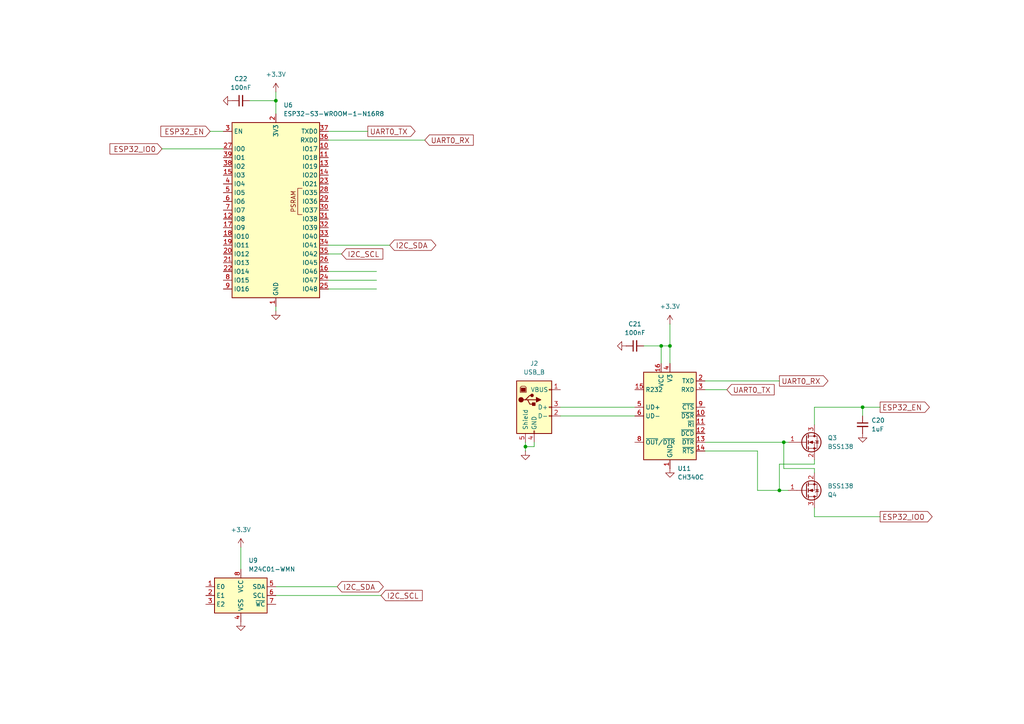
<source format=kicad_sch>
(kicad_sch (version 20231120) (generator "eeschema") (generator_version "8.0")
  (paper "A4")
  (lib_symbols
    (symbol "Connector:USB_B" (pin_names (offset 1.016))
      (property "Reference" "J" (at -5.08 11.43 0))
      (property "Value" "USB_B" (at -5.08 8.89 0))
      (symbol "USB_B_0_1"
        (rectangle (start -5.08 -7.62) (end 5.08 7.62) (stroke (width 0.254)) (fill (type background)))
        (circle (center -3.81 2.159) (radius 0.635) (stroke (width 0.254)) (fill (type outline)))
        (rectangle (start -3.81 5.588) (end -2.54 4.572) (fill (type outline)))
        (circle (center -0.635 3.429) (radius 0.381) (stroke (width 0.254)) (fill (type outline)))
        (rectangle (start -0.127 -7.62) (end 0.127 -6.858))
        (polyline (pts (xy -1.905 2.159) (xy 0.635 2.159)) (stroke (width 0.254)))
        (polyline (pts (xy -3.175 2.159) (xy -2.54 2.159) (xy -1.27 3.429) (xy -0.635 3.429)) (stroke (width 0.254)))
        (polyline (pts (xy -2.54 2.159) (xy -1.905 2.159) (xy -1.27 0.889) (xy 0 0.889)) (stroke (width 0.254)))
        (polyline (pts (xy 0.635 2.794) (xy 0.635 1.524) (xy 1.905 2.159) (xy 0.635 2.794)) (stroke (width 0.254)) (fill (type outline)))
        (polyline (pts (xy -4.064 4.318) (xy -2.286 4.318) (xy -2.286 5.715) (xy -2.667 6.096) (xy -3.683 6.096) (xy -4.064 5.715) (xy -4.064 4.318)))
        (rectangle (start 0.254 1.27) (end -0.508 0.508) (stroke (width 0.254)) (fill (type outline)))
        (rectangle (start 5.08 -2.667) (end 4.318 -2.413))
        (rectangle (start 5.08 -0.127) (end 4.318 0.127))
        (rectangle (start 5.08 4.953) (end 4.318 5.207))
      )
      (symbol "USB_B_1_1"
        (pin power_out line (at 7.62 5.08 180) (length 2.54) (name "VBUS") (number "1"))
        (pin bidirectional line (at 7.62 -2.54 180) (length 2.54) (name "D-") (number "2"))
        (pin bidirectional line (at 7.62 0 180) (length 2.54) (name "D+") (number "3"))
        (pin power_out line (at 0 -10.16 90) (length 2.54) (name "GND") (number "4"))
        (pin passive line (at -2.54 -10.16 90) (length 2.54) (name "Shield") (number "5"))
      )
    )
    (symbol "Device:C_Small" (pin_numbers hide) (pin_names (offset 0.254) hide)
      (property "Reference" "C" (at 0.254 1.778 0))
      (property "Value" "C_Small" (at 0.254 -2.032 0))
      (symbol "C_Small_0_1"
        (polyline (pts (xy -1.524 -0.508) (xy 1.524 -0.508)) (stroke (width 0.3302)))
        (polyline (pts (xy -1.524 0.508) (xy 1.524 0.508)) (stroke (width 0.3048)))
      )
      (symbol "C_Small_1_1"
        (pin passive line (at 0 2.54 270) (length 2.032) (name "~") (number "1"))
        (pin passive line (at 0 -2.54 90) (length 2.032) (name "~") (number "2"))
      )
    )
    (symbol "Interface_USB:CH340C"
      (property "Reference" "U" (at -5.08 13.97 0))
      (property "Value" "CH340C" (at 1.27 13.97 0))
      (symbol "CH340C_0_1"
        (rectangle (start -7.62 12.7) (end 7.62 -12.7) (stroke (width 0.254)) (fill (type background)))
      )
      (symbol "CH340C_1_1"
        (pin power_in line (at 0 -15.24 90) (length 2.54) (name "GND") (number "1"))
        (pin input line (at 10.16 0 180) (length 2.54) (name "~{DSR}") (number "10"))
        (pin input line (at 10.16 -2.54 180) (length 2.54) (name "~{RI}") (number "11"))
        (pin input line (at 10.16 -5.08 180) (length 2.54) (name "~{DCD}") (number "12"))
        (pin output line (at 10.16 -7.62 180) (length 2.54) (name "~{DTR}") (number "13"))
        (pin output line (at 10.16 -10.16 180) (length 2.54) (name "~{RTS}") (number "14"))
        (pin input line (at -10.16 7.62 0) (length 2.54) (name "R232") (number "15"))
        (pin power_in line (at -2.54 15.24 270) (length 2.54) (name "VCC") (number "16"))
        (pin output line (at 10.16 10.16 180) (length 2.54) (name "TXD") (number "2"))
        (pin input line (at 10.16 7.62 180) (length 2.54) (name "RXD") (number "3"))
        (pin power_out line (at 0 15.24 270) (length 2.54) (name "V3") (number "4"))
        (pin bidirectional line (at -10.16 2.54 0) (length 2.54) (name "UD+") (number "5"))
        (pin bidirectional line (at -10.16 0 0) (length 2.54) (name "UD-") (number "6"))
        (pin no_connect line (at -7.62 -5.08 0) (length 2.54) hide (name "NC") (number "7"))
        (pin output line (at -10.16 -7.62 0) (length 2.54) (name "~{OUT}/~{DTR}") (number "8"))
        (pin input line (at 10.16 2.54 180) (length 2.54) (name "~{CTS}") (number "9"))
      )
    )
    (symbol "Memory_EEPROM:M24C01-WMN"
      (property "Reference" "U" (at -6.35 6.35 0))
      (property "Value" "M24C01-WMN" (at 7.62 6.35 0))
      (symbol "M24C01-WMN_0_1"
        (rectangle (start -7.62 5.08) (end 7.62 -5.08) (stroke (width 0.254)) (fill (type background)))
      )
      (symbol "M24C01-WMN_1_1"
        (pin input line (at -10.16 2.54 0) (length 2.54) (name "E0") (number "1"))
        (pin input line (at -10.16 0 0) (length 2.54) (name "E1") (number "2"))
        (pin input line (at -10.16 -2.54 0) (length 2.54) (name "E2") (number "3"))
        (pin power_in line (at 0 -7.62 90) (length 2.54) (name "VSS") (number "4"))
        (pin bidirectional line (at 10.16 2.54 180) (length 2.54) (name "SDA") (number "5"))
        (pin input line (at 10.16 0 180) (length 2.54) (name "SCL") (number "6"))
        (pin input line (at 10.16 -2.54 180) (length 2.54) (name "~{WC}") (number "7"))
        (pin power_in line (at 0 7.62 270) (length 2.54) (name "VCC") (number "8"))
      )
    )
    (symbol "RF_Module:ESP32-S3-WROOM-1"
      (property "Reference" "U" (at -12.7 26.67 0))
      (property "Value" "ESP32-S3-WROOM-1" (at 12.7 26.67 0))
      (symbol "ESP32-S3-WROOM-1_0_0"
        (rectangle (start -12.7 25.4) (end 12.7 -25.4) (stroke (width 0.254)) (fill (type background)))
        (text "PSRAM" (at 5.08 2.54 900) (effects (font (size 1.27 1.27))))
      )
      (symbol "ESP32-S3-WROOM-1_0_1"
        (polyline (pts (xy 7.62 -1.27) (xy 6.35 -1.27) (xy 6.35 6.35) (xy 7.62 6.35)))
      )
      (symbol "ESP32-S3-WROOM-1_1_1"
        (pin power_in line (at 0 -27.94 90) (length 2.54) (name "GND") (number "1"))
        (pin bidirectional line (at 15.24 17.78 180) (length 2.54) (name "IO17") (number "10"))
        (pin bidirectional line (at 15.24 15.24 180) (length 2.54) (name "IO18") (number "11"))
        (pin bidirectional line (at -15.24 -2.54 0) (length 2.54) (name "IO8") (number "12"))
        (pin bidirectional line (at 15.24 12.7 180) (length 2.54) (name "IO19") (number "13"))
        (pin bidirectional line (at 15.24 10.16 180) (length 2.54) (name "IO20") (number "14"))
        (pin bidirectional line (at -15.24 10.16 0) (length 2.54) (name "IO3") (number "15"))
        (pin bidirectional line (at 15.24 -17.78 180) (length 2.54) (name "IO46") (number "16"))
        (pin bidirectional line (at -15.24 -5.08 0) (length 2.54) (name "IO9") (number "17"))
        (pin bidirectional line (at -15.24 -7.62 0) (length 2.54) (name "IO10") (number "18"))
        (pin bidirectional line (at -15.24 -10.16 0) (length 2.54) (name "IO11") (number "19"))
        (pin power_in line (at 0 27.94 270) (length 2.54) (name "3V3") (number "2"))
        (pin bidirectional line (at -15.24 -12.7 0) (length 2.54) (name "IO12") (number "20"))
        (pin bidirectional line (at -15.24 -15.24 0) (length 2.54) (name "IO13") (number "21"))
        (pin bidirectional line (at -15.24 -17.78 0) (length 2.54) (name "IO14") (number "22"))
        (pin bidirectional line (at 15.24 7.62 180) (length 2.54) (name "IO21") (number "23"))
        (pin bidirectional line (at 15.24 -20.32 180) (length 2.54) (name "IO47") (number "24"))
        (pin bidirectional line (at 15.24 -22.86 180) (length 2.54) (name "IO48") (number "25"))
        (pin bidirectional line (at 15.24 -15.24 180) (length 2.54) (name "IO45") (number "26"))
        (pin bidirectional line (at -15.24 17.78 0) (length 2.54) (name "IO0") (number "27"))
        (pin bidirectional line (at 15.24 5.08 180) (length 2.54) (name "IO35") (number "28"))
        (pin bidirectional line (at 15.24 2.54 180) (length 2.54) (name "IO36") (number "29"))
        (pin input line (at -15.24 22.86 0) (length 2.54) (name "EN") (number "3"))
        (pin bidirectional line (at 15.24 0 180) (length 2.54) (name "IO37") (number "30"))
        (pin bidirectional line (at 15.24 -2.54 180) (length 2.54) (name "IO38") (number "31"))
        (pin bidirectional line (at 15.24 -5.08 180) (length 2.54) (name "IO39") (number "32"))
        (pin bidirectional line (at 15.24 -7.62 180) (length 2.54) (name "IO40") (number "33"))
        (pin bidirectional line (at 15.24 -10.16 180) (length 2.54) (name "IO41") (number "34"))
        (pin bidirectional line (at 15.24 -12.7 180) (length 2.54) (name "IO42") (number "35"))
        (pin bidirectional line (at 15.24 20.32 180) (length 2.54) (name "RXD0") (number "36"))
        (pin bidirectional line (at 15.24 22.86 180) (length 2.54) (name "TXD0") (number "37"))
        (pin bidirectional line (at -15.24 12.7 0) (length 2.54) (name "IO2") (number "38"))
        (pin bidirectional line (at -15.24 15.24 0) (length 2.54) (name "IO1") (number "39"))
        (pin bidirectional line (at -15.24 7.62 0) (length 2.54) (name "IO4") (number "4"))
        (pin passive line (at 0 -27.94 90) (length 2.54) hide (name "GND") (number "40"))
        (pin passive line (at 0 -27.94 90) (length 2.54) hide (name "GND") (number "41"))
        (pin bidirectional line (at -15.24 5.08 0) (length 2.54) (name "IO5") (number "5"))
        (pin bidirectional line (at -15.24 2.54 0) (length 2.54) (name "IO6") (number "6"))
        (pin bidirectional line (at -15.24 0 0) (length 2.54) (name "IO7") (number "7"))
        (pin bidirectional line (at -15.24 -20.32 0) (length 2.54) (name "IO15") (number "8"))
        (pin bidirectional line (at -15.24 -22.86 0) (length 2.54) (name "IO16") (number "9"))
      )
    )
    (symbol "Transistor_FET:BSS138" (pin_names hide)
      (property "Reference" "Q" (at 5.08 1.905 0))
      (property "Value" "BSS138" (at 5.08 0 0))
      (symbol "BSS138_0_1"
        (polyline (pts (xy 0.254 0) (xy -2.54 0)))
        (polyline (pts (xy 0.254 1.905) (xy 0.254 -1.905)) (stroke (width 0.254)))
        (polyline (pts (xy 0.762 -1.27) (xy 0.762 -2.286)) (stroke (width 0.254)))
        (polyline (pts (xy 0.762 0.508) (xy 0.762 -0.508)) (stroke (width 0.254)))
        (polyline (pts (xy 0.762 2.286) (xy 0.762 1.27)) (stroke (width 0.254)))
        (polyline (pts (xy 2.54 2.54) (xy 2.54 1.778)))
        (polyline (pts (xy 2.54 -2.54) (xy 2.54 0) (xy 0.762 0)))
        (polyline (pts (xy 0.762 -1.778) (xy 3.302 -1.778) (xy 3.302 1.778) (xy 0.762 1.778)))
        (polyline (pts (xy 1.016 0) (xy 2.032 0.381) (xy 2.032 -0.381) (xy 1.016 0)) (fill (type outline)))
        (polyline (pts (xy 2.794 0.508) (xy 2.921 0.381) (xy 3.683 0.381) (xy 3.81 0.254)))
        (polyline (pts (xy 3.302 0.381) (xy 2.921 -0.254) (xy 3.683 -0.254) (xy 3.302 0.381)))
        (circle (center 1.651 0) (radius 2.794) (stroke (width 0.254)))
        (circle (center 2.54 -1.778) (radius 0.254) (fill (type outline)))
        (circle (center 2.54 1.778) (radius 0.254) (fill (type outline)))
      )
      (symbol "BSS138_1_1"
        (pin input line (at -5.08 0 0) (length 2.54) (name "G") (number "1"))
        (pin passive line (at 2.54 -5.08 90) (length 2.54) (name "S") (number "2"))
        (pin passive line (at 2.54 5.08 270) (length 2.54) (name "D") (number "3"))
      )
    )
    (symbol "power:+3.3V" (power) (pin_numbers hide) (pin_names (offset 0) hide)
      (property "Value" "+3.3V" (at 0 3.556 0))
      (symbol "+3.3V_0_1"
        (polyline (pts (xy -0.762 1.27) (xy 0 2.54)))
        (polyline (pts (xy 0 0) (xy 0 2.54)))
        (polyline (pts (xy 0 2.54) (xy 0.762 1.27)))
      )
      (symbol "+3.3V_1_1"
        (pin power_in line (at 0 0 90) (length 0) (name "~") (number "1"))
      )
    )
    (symbol "power:GND" (power) (pin_numbers hide) (pin_names (offset 0) hide)
      (property "Value" "GND" (at 0 -3.81 0))
      (symbol "GND_0_1"
        (polyline (pts (xy 0 0) (xy 0 -1.27) (xy 1.27 -1.27) (xy 0 -2.54) (xy -1.27 -1.27) (xy 0 -1.27)))
      )
      (symbol "GND_1_1"
        (pin power_in line (at 0 0 270) (length 0) (name "~") (number "1"))
      )
    )
  )
  (junction (at 226.06 142.24))
  (junction (at 191.77 100.33))
  (junction (at 250.19 118.11))
  (junction (at 227.33 128.27))
  (junction (at 152.4 129.54))
  (junction (at 194.31 100.33))
  (junction (at 80.01 29.21))
  (wire (pts (xy 152.4 129.54) (xy 152.4 130.81)))
  (wire (pts (xy 95.25 78.74) (xy 109.22 78.74)))
  (wire (pts (xy 226.06 142.24) (xy 219.71 142.24)))
  (wire (pts (xy 162.56 120.65) (xy 184.15 120.65)))
  (wire (pts (xy 69.85 158.75) (xy 69.85 165.1)))
  (wire (pts (xy 186.69 100.33) (xy 191.77 100.33)))
  (wire (pts (xy 80.01 170.18) (xy 97.79 170.18)))
  (wire (pts (xy 46.99 43.18) (xy 64.77 43.18)))
  (wire (pts (xy 152.4 129.54) (xy 152.4 128.27)))
  (wire (pts (xy 228.6 142.24) (xy 226.06 142.24)))
  (wire (pts (xy 60.96 38.1) (xy 64.77 38.1)))
  (wire (pts (xy 204.47 113.03) (xy 210.82 113.03)))
  (wire (pts (xy 204.47 110.49) (xy 226.06 110.49)))
  (wire (pts (xy 227.33 135.89) (xy 227.33 128.27)))
  (wire (pts (xy 219.71 130.81) (xy 204.47 130.81)))
  (wire (pts (xy 255.27 118.11) (xy 250.19 118.11)))
  (wire (pts (xy 80.01 90.17) (xy 80.01 88.9)))
  (wire (pts (xy 95.25 83.82) (xy 109.22 83.82)))
  (wire (pts (xy 95.25 71.12) (xy 113.03 71.12)))
  (wire (pts (xy 95.25 38.1) (xy 106.68 38.1)))
  (wire (pts (xy 154.94 129.54) (xy 152.4 129.54)))
  (wire (pts (xy 219.71 142.24) (xy 219.71 130.81)))
  (wire (pts (xy 226.06 142.24) (xy 226.06 134.62)))
  (wire (pts (xy 95.25 40.64) (xy 123.19 40.64)))
  (wire (pts (xy 250.19 118.11) (xy 250.19 120.65)))
  (wire (pts (xy 191.77 100.33) (xy 194.31 100.33)))
  (wire (pts (xy 80.01 172.72) (xy 110.49 172.72)))
  (wire (pts (xy 236.22 147.32) (xy 236.22 149.86)))
  (wire (pts (xy 226.06 134.62) (xy 236.22 134.62)))
  (wire (pts (xy 250.19 118.11) (xy 236.22 118.11)))
  (wire (pts (xy 80.01 29.21) (xy 80.01 33.02)))
  (wire (pts (xy 95.25 73.66) (xy 99.06 73.66)))
  (wire (pts (xy 236.22 134.62) (xy 236.22 133.35)))
  (wire (pts (xy 204.47 128.27) (xy 227.33 128.27)))
  (wire (pts (xy 236.22 149.86) (xy 255.27 149.86)))
  (wire (pts (xy 80.01 26.67) (xy 80.01 29.21)))
  (wire (pts (xy 194.31 100.33) (xy 194.31 105.41)))
  (wire (pts (xy 162.56 118.11) (xy 184.15 118.11)))
  (wire (pts (xy 194.31 93.98) (xy 194.31 100.33)))
  (wire (pts (xy 236.22 137.16) (xy 236.22 135.89)))
  (wire (pts (xy 95.25 81.28) (xy 109.22 81.28)))
  (wire (pts (xy 154.94 128.27) (xy 154.94 129.54)))
  (wire (pts (xy 191.77 105.41) (xy 191.77 100.33)))
  (wire (pts (xy 72.39 29.21) (xy 80.01 29.21)))
  (wire (pts (xy 236.22 135.89) (xy 227.33 135.89)))
  (wire (pts (xy 227.33 128.27) (xy 228.6 128.27)))
  (wire (pts (xy 236.22 118.11) (xy 236.22 123.19)))
  (global_label "ESP32_IO0" (shape input) (at 46.99 43.18 180) (effects (font (size 1.524 1.524))) (property "Intersheetrefs" "${INTERSHEET_REFS}" (effects (hide yes))))
  (global_label "UART0_RX" (shape output) (at 226.06 110.49 0) (effects (font (size 1.524 1.524))) (property "Intersheetrefs" "${INTERSHEET_REFS}" (effects (hide yes))))
  (global_label "ESP32_EN" (shape input) (at 60.96 38.1 180) (effects (font (size 1.524 1.524))) (property "Intersheetrefs" "${INTERSHEET_REFS}" (effects (hide yes))))
  (global_label "ESP32_IO0" (shape output) (at 255.27 149.86 0) (effects (font (size 1.524 1.524))) (property "Intersheetrefs" "${INTERSHEET_REFS}" (effects (hide yes))))
  (global_label "UART0_TX" (shape input) (at 210.82 113.03 0) (effects (font (size 1.524 1.524))) (property "Intersheetrefs" "${INTERSHEET_REFS}" (effects (hide yes))))
  (global_label "I2C_SCL" (shape input) (at 110.49 172.72 0) (effects (font (size 1.524 1.524))) (property "Intersheetrefs" "${INTERSHEET_REFS}" (effects (hide yes))))
  (global_label "I2C_SDA" (shape bidirectional) (at 113.03 71.12 0) (effects (font (size 1.524 1.524))) (property "Intersheetrefs" "${INTERSHEET_REFS}" (effects (hide yes))))
  (global_label "UART0_RX" (shape input) (at 123.19 40.64 0) (effects (font (size 1.524 1.524))) (property "Intersheetrefs" "${INTERSHEET_REFS}" (effects (hide yes))))
  (global_label "ESP32_EN" (shape output) (at 255.27 118.11 0) (effects (font (size 1.524 1.524))) (property "Intersheetrefs" "${INTERSHEET_REFS}" (effects (hide yes))))
  (global_label "UART0_TX" (shape output) (at 106.68 38.1 0) (effects (font (size 1.524 1.524))) (property "Intersheetrefs" "${INTERSHEET_REFS}" (effects (hide yes))))
  (global_label "I2C_SCL" (shape input) (at 99.06 73.66 0) (effects (font (size 1.524 1.524))) (property "Intersheetrefs" "${INTERSHEET_REFS}" (effects (hide yes))))
  (global_label "I2C_SDA" (shape bidirectional) (at 97.79 170.18 0) (effects (font (size 1.524 1.524))) (property "Intersheetrefs" "${INTERSHEET_REFS}" (effects (hide yes))))
  (symbol (lib_id "power:GND") (at 181.61 100.33 270) (unit 1)
    (property "Reference" "#PWR039" (effects (hide yes)))
    (property "Value" "GND" (effects (hide yes)))
    (property "Description" "Power symbol creates a global label with name \"GND\" , ground" (effects (hide yes)))
  )
  (symbol (lib_id "Device:C_Small") (at 184.15 100.33 90) (unit 1)
    (property "Reference" "C21" (at 184.1563 93.98 90))
    (property "Value" "100nF" (at 184.1563 96.52 90))
    (property "Footprint" "Capacitor_SMD:C_0603_1608Metric_Pad1.08x0.95mm_HandSolder" (effects (hide yes)))
    (property "Description" "Unpolarized capacitor, small symbol" (effects (hide yes)))
    (property "JLCPCB" "C14663" (effects (hide yes)))
  )
  (symbol (lib_id "RF_Module:ESP32-S3-WROOM-1") (at 80.01 60.96 0) (unit 1)
    (property "Reference" "U6" (at 82.2041 30.48 0) (effects (justify left)))
    (property "Value" "ESP32-S3-WROOM-1-N16R8" (at 82.2041 33.02 0) (effects (justify left)))
    (property "Footprint" "RF_Module:ESP32-S3-WROOM-1" (effects (hide yes)))
    (property "Datasheet" "https://www.espressif.com/sites/default/files/documentation/esp32-s3-wroom-1_wroom-1u_datasheet_en.pdf" (effects (hide yes)))
    (property "Description" "RF Module, ESP32-S3 SoC, Wi-Fi 802.11b/g/n, Bluetooth, BLE, 32-bit, 3.3V, onboard antenna, SMD" (effects (hide yes)))
    (property "JLCPCB" "C2913202" (effects (hide yes)))
  )
  (symbol (lib_id "power:GND") (at 194.31 135.89 0) (unit 1)
    (property "Reference" "#PWR036" (effects (hide yes)))
    (property "Value" "GND" (effects (hide yes)))
    (property "Description" "Power symbol creates a global label with name \"GND\" , ground" (effects (hide yes)))
  )
  (symbol (lib_id "power:GND") (at 152.4 130.81 0) (unit 1)
    (property "Reference" "#PWR035" (effects (hide yes)))
    (property "Value" "GND" (effects (hide yes)))
    (property "Description" "Power symbol creates a global label with name \"GND\" , ground" (effects (hide yes)))
  )
  (symbol (lib_id "power:+3.3V") (at 194.31 93.98 0) (unit 1)
    (property "Reference" "#PWR038" (effects (hide yes)))
    (property "Value" "+3.3V" (at 194.31 88.9 0))
    (property "Description" "Power symbol creates a global label with name \"+3.3V\"" (effects (hide yes)))
  )
  (symbol (lib_id "Transistor_FET:BSS138") (at 233.68 142.24 0) (mirror x) (unit 1)
    (property "Reference" "Q4" (at 240.03 143.5101 0) (effects (justify left)))
    (property "Value" "BSS138" (at 240.03 140.9701 0) (effects (justify left)))
    (property "Footprint" "Package_TO_SOT_SMD:SOT-23" (effects (hide yes)))
    (property "Datasheet" "https://www.onsemi.com/pub/Collateral/BSS138-D.PDF" (effects (hide yes)))
    (property "Description" "50V Vds, 0.22A Id, N-Channel MOSFET, SOT-23" (effects (hide yes)))
  )
  (symbol (lib_id "power:+3.3V") (at 69.85 158.75 0) (unit 1)
    (property "Reference" "#PWR042" (effects (hide yes)))
    (property "Value" "+3.3V" (at 69.85 153.67 0))
    (property "Description" "Power symbol creates a global label with name \"+3.3V\"" (effects (hide yes)))
  )
  (symbol (lib_id "Connector:USB_B") (at 154.94 118.11 0) (unit 1)
    (property "Reference" "J2" (at 154.94 105.41 0))
    (property "Value" "USB_B" (at 154.94 107.95 0))
    (property "Footprint" "Connector_USB:USB_B_OST_USB-B1HSxx_Horizontal" (effects (hide yes)))
    (property "Datasheet" " ~" (effects (hide yes)))
    (property "Description" "USB Type B connector" (effects (hide yes)))
  )
  (symbol (lib_id "power:GND") (at 67.31 29.21 270) (unit 1)
    (property "Reference" "#PWR041" (effects (hide yes)))
    (property "Value" "GND" (effects (hide yes)))
    (property "Description" "Power symbol creates a global label with name \"GND\" , ground" (effects (hide yes)))
  )
  (symbol (lib_id "power:+3.3V") (at 80.01 26.67 0) (unit 1)
    (property "Reference" "#PWR09" (effects (hide yes)))
    (property "Value" "+3.3V" (at 80.01 21.59 0))
    (property "Description" "Power symbol creates a global label with name \"+3.3V\"" (effects (hide yes)))
  )
  (symbol (lib_id "power:GND") (at 69.85 180.34 0) (unit 1)
    (property "Reference" "#PWR043" (effects (hide yes)))
    (property "Value" "GND" (effects (hide yes)))
    (property "Description" "Power symbol creates a global label with name \"GND\" , ground" (effects (hide yes)))
  )
  (symbol (lib_id "Device:C_Small") (at 250.19 123.19 0) (unit 1)
    (property "Reference" "C20" (at 252.73 121.9262 0) (effects (justify left)))
    (property "Value" "1uF" (at 252.73 124.4662 0) (effects (justify left)))
    (property "Footprint" "Capacitor_SMD:C_0603_1608Metric_Pad1.08x0.95mm_HandSolder" (effects (hide yes)))
    (property "Description" "Unpolarized capacitor, small symbol" (effects (hide yes)))
    (property "JLCPCB" "C15849" (effects (hide yes)))
  )
  (symbol (lib_id "Memory_EEPROM:M24C01-WMN") (at 69.85 172.72 0) (unit 1)
    (property "Reference" "U9" (at 72.0441 162.56 0) (effects (justify left)))
    (property "Value" "M24C01-WMN" (at 72.0441 165.1 0) (effects (justify left)))
    (property "Footprint" "Package_SO:SOIC-8_3.9x4.9mm_P1.27mm" (effects (hide yes)))
    (property "Datasheet" "http://www.st.com/content/ccc/resource/technical/document/datasheet/b0/d8/50/40/5a/85/49/6f/DM00071904.pdf/files/DM00071904.pdf/jcr:content/translations/en.DM00071904.pdf" (effects (hide yes)))
    (property "Description" "1Kb (128x8) I2C Serial EEPROM, 2.5-5.5V, SOIC-8" (effects (hide yes)))
  )
  (symbol (lib_id "power:GND") (at 80.01 90.17 0) (unit 1)
    (property "Reference" "#PWR034" (effects (hide yes)))
    (property "Value" "GND" (effects (hide yes)))
    (property "Description" "Power symbol creates a global label with name \"GND\" , ground" (effects (hide yes)))
  )
  (symbol (lib_id "power:GND") (at 250.19 125.73 0) (unit 1)
    (property "Reference" "#PWR037" (effects (hide yes)))
    (property "Value" "GND" (effects (hide yes)))
    (property "Description" "Power symbol creates a global label with name \"GND\" , ground" (effects (hide yes)))
  )
  (symbol (lib_id "Interface_USB:CH340C") (at 194.31 120.65 0) (unit 1)
    (property "Reference" "U11" (at 196.5041 135.89 0) (effects (justify left)))
    (property "Value" "CH340C" (at 196.5041 138.43 0) (effects (justify left)))
    (property "Footprint" "Package_SO:SOIC-16_3.9x9.9mm_P1.27mm" (effects (hide yes)))
    (property "Datasheet" "https://datasheet.lcsc.com/szlcsc/Jiangsu-Qin-Heng-CH340C_C84681.pdf" (effects (hide yes)))
    (property "Description" "USB serial converter, UART, SOIC-16" (effects (hide yes)))
  )
  (symbol (lib_id "Transistor_FET:BSS138") (at 233.68 128.27 0) (unit 1)
    (property "Reference" "Q3" (at 240.03 126.9999 0) (effects (justify left)))
    (property "Value" "BSS138" (at 240.03 129.5399 0) (effects (justify left)))
    (property "Footprint" "Package_TO_SOT_SMD:SOT-23" (effects (hide yes)))
    (property "Datasheet" "https://www.onsemi.com/pub/Collateral/BSS138-D.PDF" (effects (hide yes)))
    (property "Description" "50V Vds, 0.22A Id, N-Channel MOSFET, SOT-23" (effects (hide yes)))
  )
  (symbol (lib_id "Device:C_Small") (at 69.85 29.21 90) (unit 1)
    (property "Reference" "C22" (at 69.8563 22.86 90))
    (property "Value" "100nF" (at 69.8563 25.4 90))
    (property "Footprint" "Capacitor_SMD:C_0603_1608Metric_Pad1.08x0.95mm_HandSolder" (effects (hide yes)))
    (property "Description" "Unpolarized capacitor, small symbol" (effects (hide yes)))
    (property "JLCPCB" "C14663" (effects (hide yes)))
  )
)
</source>
